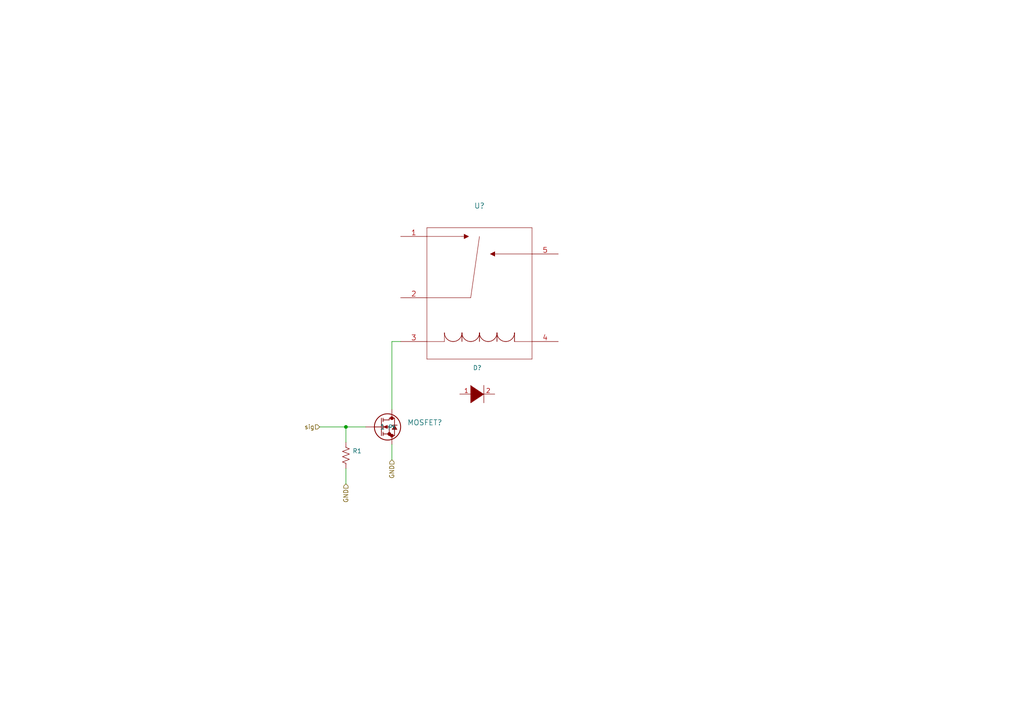
<source format=kicad_sch>
(kicad_sch (version 20211123) (generator eeschema)
  (paper "A4")
  (lib_symbols
    (symbol "ALQ105-BAJA:ALQ105" (pin_names (offset -0.254) hide)
      (property "Reference" "U" (at 22.86 12.7 0))
      (property "Value" "ALQ105" (at 22.86 10.16 0))
      (symbol "ALQ105_1_1"
        (polyline (pts (xy 7.62 -35.56) (xy 38.1 -35.56)) (stroke (width 0.127)))
        (polyline (pts (xy 7.62 0) (xy 17.78 0)) (stroke (width 0.127)))
        (polyline (pts (xy 7.62 2.54) (xy 7.62 -35.56)) (stroke (width 0.127)))
        (polyline (pts (xy 12.7 -30.48) (xy 7.62 -30.48)) (stroke (width 0.127)))
        (polyline (pts (xy 12.7 -27.94) (xy 12.7 -30.48)) (stroke (width 0.127)))
        (polyline (pts (xy 17.78 -27.94) (xy 17.78 -30.48)) (stroke (width 0.127)))
        (polyline (pts (xy 17.78 -27.94) (xy 17.78 -30.48)) (stroke (width 0.127)))
        (polyline (pts (xy 17.78 0) (xy 19.05 0)) (stroke (width 0.127)))
        (polyline (pts (xy 20.32 -17.78) (xy 7.62 -17.78)) (stroke (width 0.127)))
        (polyline (pts (xy 20.32 -17.78) (xy 22.86 0)) (stroke (width 0.127)))
        (polyline (pts (xy 22.86 -27.94) (xy 22.86 -30.48)) (stroke (width 0.127)))
        (polyline (pts (xy 22.86 -27.94) (xy 22.86 -30.48)) (stroke (width 0.127)))
        (polyline (pts (xy 27.94 -27.94) (xy 27.94 -30.48)) (stroke (width 0.127)))
        (polyline (pts (xy 27.94 -27.94) (xy 27.94 -30.48)) (stroke (width 0.127)))
        (polyline (pts (xy 33.02 -27.94) (xy 33.02 -30.48)) (stroke (width 0.127)))
        (polyline (pts (xy 33.02 -27.94) (xy 33.02 -30.48)) (stroke (width 0.127)))
        (polyline (pts (xy 38.1 -35.56) (xy 38.1 2.54)) (stroke (width 0.127)))
        (polyline (pts (xy 38.1 -30.48) (xy 33.02 -30.48)) (stroke (width 0.127)))
        (polyline (pts (xy 38.1 -5.08) (xy 26.67 -5.08)) (stroke (width 0.127)))
        (polyline (pts (xy 38.1 2.54) (xy 7.62 2.54)) (stroke (width 0.127)))
        (polyline (pts (xy 18.415 0.635) (xy 18.415 -0.635) (xy 19.685 0) (xy 18.415 0.635)) (fill (type outline)))
        (polyline (pts (xy 27.305 -4.445) (xy 27.305 -5.715) (xy 26.035 -5.08) (xy 27.305 -4.445)) (fill (type outline)))
        (arc (start 12.7 -27.94) (mid 15.24 -30.48) (end 17.78 -27.94) (stroke (width 0.127)))
        (arc (start 12.7 -27.94) (mid 15.24 -30.48) (end 17.78 -27.94) (stroke (width 0.127)))
        (arc (start 17.78 -27.94) (mid 20.32 -30.48) (end 22.86 -27.94) (stroke (width 0.127)))
        (arc (start 17.78 -27.94) (mid 20.32 -30.48) (end 22.86 -27.94) (stroke (width 0.127)))
        (arc (start 22.86 -27.94) (mid 25.4 -30.48) (end 27.94 -27.94) (stroke (width 0.127)))
        (arc (start 22.86 -27.94) (mid 25.4 -30.48) (end 27.94 -27.94) (stroke (width 0.127)))
        (arc (start 27.94 -27.94) (mid 30.48 -30.48) (end 33.02 -27.94) (stroke (width 0.127)))
        (arc (start 27.94 -27.94) (mid 30.48 -30.48) (end 33.02 -27.94) (stroke (width 0.127)))
        (pin unspecified line (at 0 0 0) (length 7.62) (name "1") (number "1"))
        (pin unspecified line (at 0 -17.78 0) (length 7.62) (name "2") (number "2"))
        (pin unspecified line (at 0 -30.48 0) (length 7.62) (name "3") (number "3"))
        (pin unspecified line (at 45.72 -30.48 180) (length 7.62) (name "4") (number "4"))
        (pin unspecified line (at 45.72 -5.08 180) (length 7.62) (name "5") (number "5"))
      )
    )
    (symbol "AOD-BAJA:AOD4184A" (pin_numbers hide) (pin_names (offset 1.524))
      (property "Reference" "MOSFET" (at 11.43 1.905 0))
      (property "Value" "AOD4184A" (at 11.43 -5.08 0))
      (symbol "AOD4184A_1_1"
        (polyline (pts (xy 2.54 0) (xy 4.445 0)) (stroke (width 0.2032)))
        (polyline (pts (xy 4.572 -2.54) (xy 4.572 2.54)) (stroke (width 0.2032)))
        (polyline (pts (xy 5.08 -2.54) (xy 5.08 -1.524)) (stroke (width 0.2032)))
        (polyline (pts (xy 5.08 -2.032) (xy 6.858 -2.032)) (stroke (width 0.2032)))
        (polyline (pts (xy 5.08 -0.508) (xy 5.08 0.508)) (stroke (width 0.2032)))
        (polyline (pts (xy 5.08 1.524) (xy 5.08 2.54)) (stroke (width 0.2032)))
        (polyline (pts (xy 5.08 2.032) (xy 6.858 2.032)) (stroke (width 0.2032)))
        (polyline (pts (xy 6.35 0) (xy 6.858 0)) (stroke (width 0.2032)))
        (polyline (pts (xy 6.858 -2.54) (xy 6.858 0)) (stroke (width 0.2032)))
        (polyline (pts (xy 6.858 -2.54) (xy 8.382 -2.54)) (stroke (width 0.2032)))
        (polyline (pts (xy 6.858 2.032) (xy 6.858 2.54)) (stroke (width 0.2032)))
        (polyline (pts (xy 6.858 2.54) (xy 8.382 2.54)) (stroke (width 0.2032)))
        (polyline (pts (xy 8.382 -2.54) (xy 8.382 -0.762)) (stroke (width 0.2032)))
        (polyline (pts (xy 8.382 0.508) (xy 8.382 2.54)) (stroke (width 0.2032)))
        (polyline (pts (xy 9.144 0.508) (xy 7.62 0.508)) (stroke (width 0.2032)))
        (polyline (pts (xy 6.35 0.508) (xy 5.08 0) (xy 6.35 -0.508) (xy 6.35 0.508)) (stroke (width 0.0254)) (fill (type outline)))
        (polyline (pts (xy 9.144 -0.762) (xy 7.62 -0.762) (xy 8.382 0.508) (xy 9.144 -0.762)) (stroke (width 0.0254)) (fill (type outline)))
        (circle (center 6.35 0) (radius 3.81) (stroke (width 0.254)))
        (circle (center 6.858 -2.032) (radius 0.0254) (stroke (width 0.508)))
        (circle (center 7.62 -2.54) (radius 0.0254) (stroke (width 0.508)))
        (circle (center 7.62 2.54) (radius 0.0254) (stroke (width 0.508)))
        (pin unspecified line (at 0 0 0) (length 2.54) (name "1") (number "1"))
        (pin unspecified line (at 7.62 5.08 270) (length 2.54) (name "2") (number "2"))
        (pin unspecified line (at 7.62 -5.08 90) (length 2.54) (name "3") (number "3"))
      )
    )
    (symbol "Device:R_US" (pin_numbers hide) (pin_names (offset 0))
      (property "Reference" "R" (at 2.54 0 90))
      (property "Value" "R_US" (at -2.54 0 90))
      (symbol "R_US_0_1"
        (polyline (pts (xy 0 -2.286) (xy 0 -2.54)))
        (polyline (pts (xy 0 2.286) (xy 0 2.54)))
        (polyline (pts (xy 0 -0.762) (xy 1.016 -1.143) (xy 0 -1.524) (xy -1.016 -1.905) (xy 0 -2.286)))
        (polyline (pts (xy 0 0.762) (xy 1.016 0.381) (xy 0 0) (xy -1.016 -0.381) (xy 0 -0.762)))
        (polyline (pts (xy 0 2.286) (xy 1.016 1.905) (xy 0 1.524) (xy -1.016 1.143) (xy 0 0.762)))
      )
      (symbol "R_US_1_1"
        (pin passive line (at 0 3.81 270) (length 1.27) (name "~") (number "1"))
        (pin passive line (at 0 -3.81 90) (length 1.27) (name "~") (number "2"))
      )
    )
    (symbol "pspice:DIODE" (pin_names (offset 1.016) hide)
      (property "Reference" "D" (at 0 3.81 0))
      (property "Value" "DIODE" (at 0 -4.445 0))
      (symbol "DIODE_0_1"
        (polyline (pts (xy 1.905 2.54) (xy 1.905 -2.54)))
        (polyline (pts (xy -1.905 2.54) (xy -1.905 -2.54) (xy 1.905 0)) (fill (type outline)))
      )
      (symbol "DIODE_1_1"
        (pin input line (at -5.08 0 0) (length 3.81) (name "K") (number "1"))
        (pin input line (at 5.08 0 180) (length 3.81) (name "A") (number "2"))
      )
    )
  )
  (junction (at 100.33 123.825))
  (wire (pts (xy 100.33 123.825) (xy 106.045 123.825)))
  (wire (pts (xy 113.665 99.06) (xy 116.205 99.06)))
  (wire (pts (xy 92.71 123.825) (xy 100.33 123.825)))
  (wire (pts (xy 100.33 135.89) (xy 100.33 140.335)))
  (wire (pts (xy 100.33 123.825) (xy 100.33 128.27)))
  (wire (pts (xy 113.665 128.905) (xy 113.665 133.35)))
  (wire (pts (xy 113.665 118.745) (xy 113.665 99.06)))
  (hierarchical_label "sig" (shape input) (at 92.71 123.825 180))
  (hierarchical_label "GND" (shape input) (at 113.665 133.35 270))
  (hierarchical_label "GND" (shape input) (at 100.33 140.335 270))
  (symbol (lib_id "AOD-BAJA:AOD4184A") (at 106.045 123.825 0) (unit 1)
    (property "Reference" "MOSFET?" (at 118.11 122.555 0) (effects (font (size 1.524 1.524)) (justify left)))
  )
  (symbol (lib_id "Device:R_US") (at 100.33 132.08 0) (unit 1)
    (property "Reference" "R1" (at 102.235 130.8099 0) (effects (justify left)))
  )
  (symbol (lib_id "ALQ105-BAJA:ALQ105") (at 116.205 68.58 0) (unit 1)
    (property "Reference" "U?" (at 139.065 59.69 0) (effects (font (size 1.524 1.524))))
  )
  (symbol (lib_id "pspice:DIODE") (at 138.43 114.3 0) (unit 1)
    (property "Reference" "D?" (at 138.43 106.68 0))
  )
)
</source>
